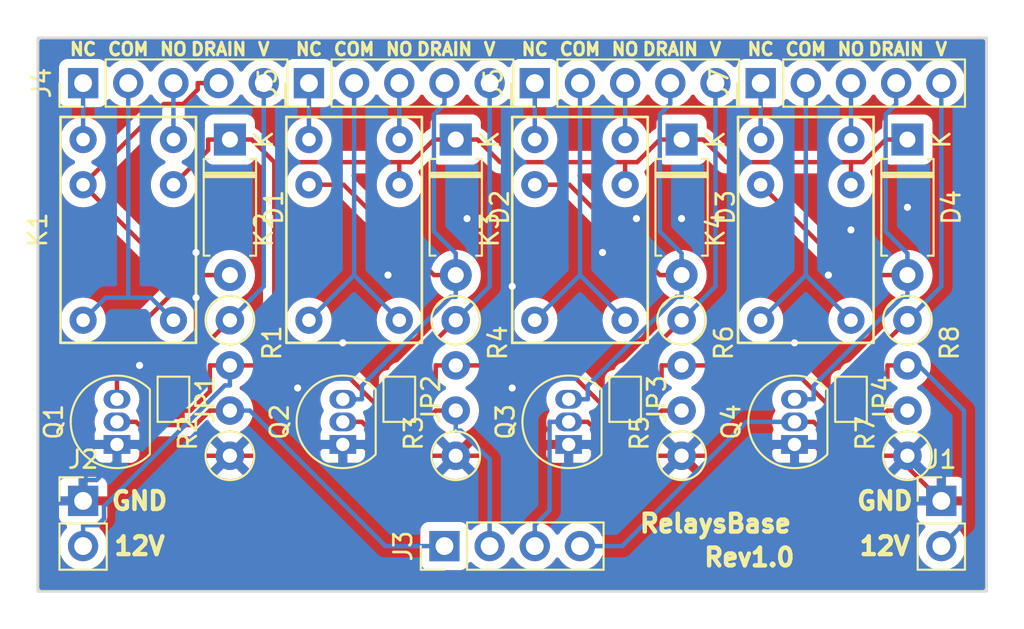
<source format=kicad_pcb>
(kicad_pcb (version 20221018) (generator pcbnew)
  (layers (0 "F.Cu" signal) (31 "B.Cu" signal) (34 "B.Paste" user) (35 "F.Paste" user) (36 "B.SilkS" user "B.Silkscreen") (37 "F.SilkS" user "F.Silkscreen") (38 "B.Mask" user) (39 "F.Mask" user) (44 "Edge.Cuts" user))
  (net 0 "")
  (net 1 "+12V")
  (net 2 "DRAIN1")
  (net 3 "DRAIN2")
  (net 4 "DRAIN3")
  (net 5 "DRAIN4")
  (net 6 "GND")
  (net 7 "SIG1")
  (net 8 "SIG2")
  (net 9 "SIG3")
  (net 10 "SIG4")
  (net 11 "NC1")
  (net 12 "COM1")
  (net 13 "NO1")
  (net 14 "Net-(J4-Pad5)")
  (net 15 "NC2")
  (net 16 "COM2")
  (net 17 "NO2")
  (net 18 "Net-(J5-Pad5)")
  (net 19 "NC3")
  (net 20 "COM3")
  (net 21 "NO3")
  (net 22 "Net-(J6-Pad5)")
  (net 23 "NC4")
  (net 24 "COM4")
  (net 25 "NO4")
  (net 26 "Net-(J7-Pad5)")
  (footprint "Connector_PinHeader_2.54mm:PinHeader_1x02_P2.54mm_Vertical" (layer "F.Cu") (at 177.8 122.555)
    (fp_text reference "J1" (at 0 -2.33) (layer "F.SilkS"))
    (fp_text value "Conn_01x02")
    (pad "1" thru_hole rect (at 0 0) (size 1.7 1.7) (drill 1) (layers "*.Cu" "*.Mask") (net 6 "GND"))
    (pad "2" thru_hole oval (at 0 2.54) (size 1.7 1.7) (drill 1) (layers "*.Cu" "*.Mask") (net 1 "+12V"))
  )
  (footprint "Connector_PinHeader_2.54mm:PinHeader_1x02_P2.54mm_Vertical" (layer "F.Cu") (at 129.54 122.555)
    (fp_text reference "J2" (at 0 -2.33) (layer "F.SilkS"))
    (fp_text value "Conn_01x02")
    (pad "1" thru_hole rect (at 0 0) (size 1.7 1.7) (drill 1) (layers "*.Cu" "*.Mask") (net 6 "GND"))
    (pad "2" thru_hole oval (at 0 2.54) (size 1.7 1.7) (drill 1) (layers "*.Cu" "*.Mask") (net 1 "+12V"))
  )
  (footprint "Connector_PinHeader_2.54mm:PinHeader_1x04_P2.54mm_Vertical" (layer "F.Cu") (at 149.86 125.095 90)
    (fp_text reference "J3" (at 0 -2.33 90) (layer "F.SilkS"))
    (fp_text value "Conn_01x04")
    (pad "1" thru_hole rect (at 0 0 90) (size 1.7 1.7) (drill 1) (layers "*.Cu" "*.Mask") (net 7 "SIG1"))
    (pad "2" thru_hole oval (at 0 2.54 90) (size 1.7 1.7) (drill 1) (layers "*.Cu" "*.Mask") (net 8 "SIG2"))
    (pad "3" thru_hole oval (at 0 5.08 90) (size 1.7 1.7) (drill 1) (layers "*.Cu" "*.Mask") (net 9 "SIG3"))
    (pad "4" thru_hole oval (at 0 7.62 90) (size 1.7 1.7) (drill 1) (layers "*.Cu" "*.Mask") (net 10 "SIG4"))
  )
  (footprint "Connector_PinHeader_2.54mm:PinHeader_1x05_P2.54mm_Vertical" (layer "F.Cu") (at 129.54 99.06 90)
    (fp_text reference "J4" (at 0 -2.33 90) (layer "F.SilkS"))
    (fp_text value "Conn_01x05")
    (pad "1" thru_hole rect (at 0 0 90) (size 1.7 1.7) (drill 1) (layers "*.Cu" "*.Mask") (net 11 "NC1"))
    (pad "2" thru_hole oval (at 0 2.54 90) (size 1.7 1.7) (drill 1) (layers "*.Cu" "*.Mask") (net 12 "COM1"))
    (pad "3" thru_hole oval (at 0 5.08 90) (size 1.7 1.7) (drill 1) (layers "*.Cu" "*.Mask") (net 13 "NO1"))
    (pad "4" thru_hole oval (at 0 7.62 90) (size 1.7 1.7) (drill 1) (layers "*.Cu" "*.Mask") (net 2 "DRAIN1"))
    (pad "5" thru_hole oval (at 0 10.16 90) (size 1.7 1.7) (drill 1) (layers "*.Cu" "*.Mask") (net 14 "Net-(J4-Pad5)"))
  )
  (footprint "Connector_PinHeader_2.54mm:PinHeader_1x05_P2.54mm_Vertical" (layer "F.Cu") (at 142.24 99.06 90)
    (fp_text reference "J5" (at 0 -2.33 90) (layer "F.SilkS"))
    (fp_text value "Conn_01x05")
    (pad "1" thru_hole rect (at 0 0 90) (size 1.7 1.7) (drill 1) (layers "*.Cu" "*.Mask") (net 15 "NC2"))
    (pad "2" thru_hole oval (at 0 2.54 90) (size 1.7 1.7) (drill 1) (layers "*.Cu" "*.Mask") (net 16 "COM2"))
    (pad "3" thru_hole oval (at 0 5.08 90) (size 1.7 1.7) (drill 1) (layers "*.Cu" "*.Mask") (net 17 "NO2"))
    (pad "4" thru_hole oval (at 0 7.62 90) (size 1.7 1.7) (drill 1) (layers "*.Cu" "*.Mask") (net 3 "DRAIN2"))
    (pad "5" thru_hole oval (at 0 10.16 90) (size 1.7 1.7) (drill 1) (layers "*.Cu" "*.Mask") (net 18 "Net-(J5-Pad5)"))
  )
  (footprint "Connector_PinHeader_2.54mm:PinHeader_1x05_P2.54mm_Vertical" (layer "F.Cu") (at 154.94 99.06 90)
    (fp_text reference "J6" (at 0 -2.33 90) (layer "F.SilkS"))
    (fp_text value "Conn_01x05")
    (pad "1" thru_hole rect (at 0 0 90) (size 1.7 1.7) (drill 1) (layers "*.Cu" "*.Mask") (net 19 "NC3"))
    (pad "2" thru_hole oval (at 0 2.54 90) (size 1.7 1.7) (drill 1) (layers "*.Cu" "*.Mask") (net 20 "COM3"))
    (pad "3" thru_hole oval (at 0 5.08 90) (size 1.7 1.7) (drill 1) (layers "*.Cu" "*.Mask") (net 21 "NO3"))
    (pad "4" thru_hole oval (at 0 7.62 90) (size 1.7 1.7) (drill 1) (layers "*.Cu" "*.Mask") (net 4 "DRAIN3"))
    (pad "5" thru_hole oval (at 0 10.16 90) (size 1.7 1.7) (drill 1) (layers "*.Cu" "*.Mask") (net 22 "Net-(J6-Pad5)"))
  )
  (footprint "Connector_PinHeader_2.54mm:PinHeader_1x05_P2.54mm_Vertical" (layer "F.Cu") (at 167.64 99.06 90)
    (fp_text reference "J7" (at 0 -2.33 90) (layer "F.SilkS"))
    (fp_text value "Conn_01x05")
    (pad "1" thru_hole rect (at 0 0 90) (size 1.7 1.7) (drill 1) (layers "*.Cu" "*.Mask") (net 23 "NC4"))
    (pad "2" thru_hole oval (at 0 2.54 90) (size 1.7 1.7) (drill 1) (layers "*.Cu" "*.Mask") (net 24 "COM4"))
    (pad "3" thru_hole oval (at 0 5.08 90) (size 1.7 1.7) (drill 1) (layers "*.Cu" "*.Mask") (net 25 "NO4"))
    (pad "4" thru_hole oval (at 0 7.62 90) (size 1.7 1.7) (drill 1) (layers "*.Cu" "*.Mask") (net 5 "DRAIN4"))
    (pad "5" thru_hole oval (at 0 10.16 90) (size 1.7 1.7) (drill 1) (layers "*.Cu" "*.Mask") (net 26 "Net-(J7-Pad5)"))
  )
  (footprint "Jumper:SolderJumper_01x02" (layer "F.Cu") (at 134.62 116.84 -90)
    (fp_text reference "JP1" (at 0 -1.78 270) (layer "F.SilkS"))
    (fp_text value "Jumper_NO")
    (pad "1" smd rect (at -0.64 0) (size 1.27 0.97) (layers "F.Cu" "F.Paste" "F.Mask") (net 14 "Net-(J4-Pad5)"))
    (pad "2" smd rect (at 0.64 0) (size 1.27 0.97) (layers "F.Cu" "F.Paste" "F.Mask") (net 1 "+12V"))
  )
  (footprint "Jumper:SolderJumper_01x02" (layer "F.Cu") (at 147.32 116.84 -90)
    (fp_text reference "JP2" (at 0 -1.78 270) (layer "F.SilkS"))
    (fp_text value "Jumper_NO")
    (pad "1" smd rect (at -0.64 0) (size 1.27 0.97) (layers "F.Cu" "F.Paste" "F.Mask") (net 18 "Net-(J5-Pad5)"))
    (pad "2" smd rect (at 0.64 0) (size 1.27 0.97) (layers "F.Cu" "F.Paste" "F.Mask") (net 1 "+12V"))
  )
  (footprint "Jumper:SolderJumper_01x02" (layer "F.Cu") (at 160.02 116.84 -90)
    (fp_text reference "JP3" (at 0 -1.78 270) (layer "F.SilkS"))
    (fp_text value "Jumper_NO")
    (pad "1" smd rect (at -0.64 0) (size 1.27 0.97) (layers "F.Cu" "F.Paste" "F.Mask") (net 22 "Net-(J6-Pad5)"))
    (pad "2" smd rect (at 0.64 0) (size 1.27 0.97) (layers "F.Cu" "F.Paste" "F.Mask") (net 1 "+12V"))
  )
  (footprint "Jumper:SolderJumper_01x02" (layer "F.Cu") (at 172.72 116.84 -90)
    (fp_text reference "JP4" (at 0 -1.78 270) (layer "F.SilkS"))
    (fp_text value "Jumper_NO")
    (pad "1" smd rect (at -0.64 0) (size 1.27 0.97) (layers "F.Cu" "F.Paste" "F.Mask") (net 26 "Net-(J7-Pad5)"))
    (pad "2" smd rect (at 0.64 0) (size 1.27 0.97) (layers "F.Cu" "F.Paste" "F.Mask") (net 1 "+12V"))
  )
  (footprint "Relay_THT:Relay_Y14" (layer "F.Cu") (at 133.35 104.775 -90)
    (fp_text reference "K1" (at 2.54 6.35 270) (layer "F.SilkS"))
    (fp_text value "Y14")
    (pad "1" thru_hole circle (at -2.54 -1.27 270) (size 1.524 1.524) (drill 0.762) (layers "*.Cu" "*.Mask") (net 13 "NO1"))
    (pad "2" thru_hole circle (at -2.54 3.81 270) (size 1.524 1.524) (drill 0.762) (layers "*.Cu" "*.Mask") (net 11 "NC1"))
    (pad "3" thru_hole circle (at 0 -1.27 270) (size 1.524 1.524) (drill 0.762) (layers "*.Cu" "*.Mask") (net 1 "+12V"))
    (pad "4" thru_hole circle (at 0 3.81 270) (size 1.524 1.524) (drill 0.762) (layers "*.Cu" "*.Mask") (net 2 "DRAIN1"))
    (pad "5" thru_hole circle (at 7.62 -1.27 270) (size 1.524 1.524) (drill 0.762) (layers "*.Cu" "*.Mask") (net 12 "COM1"))
    (pad "6" thru_hole circle (at 7.62 3.81 270) (size 1.524 1.524) (drill 0.762) (layers "*.Cu" "*.Mask") (net 12 "COM1"))
  )
  (footprint "Relay_THT:Relay_Y14" (layer "F.Cu") (at 146.05 104.775 -90)
    (fp_text reference "K2" (at 2.54 6.35 270) (layer "F.SilkS"))
    (fp_text value "Y14")
    (pad "1" thru_hole circle (at -2.54 -1.27 270) (size 1.524 1.524) (drill 0.762) (layers "*.Cu" "*.Mask") (net 17 "NO2"))
    (pad "2" thru_hole circle (at -2.54 3.81 270) (size 1.524 1.524) (drill 0.762) (layers "*.Cu" "*.Mask") (net 15 "NC2"))
    (pad "3" thru_hole circle (at 0 -1.27 270) (size 1.524 1.524) (drill 0.762) (layers "*.Cu" "*.Mask") (net 1 "+12V"))
    (pad "4" thru_hole circle (at 0 3.81 270) (size 1.524 1.524) (drill 0.762) (layers "*.Cu" "*.Mask") (net 3 "DRAIN2"))
    (pad "5" thru_hole circle (at 7.62 -1.27 270) (size 1.524 1.524) (drill 0.762) (layers "*.Cu" "*.Mask") (net 16 "COM2"))
    (pad "6" thru_hole circle (at 7.62 3.81 270) (size 1.524 1.524) (drill 0.762) (layers "*.Cu" "*.Mask") (net 16 "COM2"))
  )
  (footprint "Relay_THT:Relay_Y14" (layer "F.Cu") (at 158.75 104.775 -90)
    (fp_text reference "K3" (at 2.54 6.35 270) (layer "F.SilkS"))
    (fp_text value "Y14")
    (pad "1" thru_hole circle (at -2.54 -1.27 270) (size 1.524 1.524) (drill 0.762) (layers "*.Cu" "*.Mask") (net 21 "NO3"))
    (pad "2" thru_hole circle (at -2.54 3.81 270) (size 1.524 1.524) (drill 0.762) (layers "*.Cu" "*.Mask") (net 19 "NC3"))
    (pad "3" thru_hole circle (at 0 -1.27 270) (size 1.524 1.524) (drill 0.762) (layers "*.Cu" "*.Mask") (net 1 "+12V"))
    (pad "4" thru_hole circle (at 0 3.81 270) (size 1.524 1.524) (drill 0.762) (layers "*.Cu" "*.Mask") (net 4 "DRAIN3"))
    (pad "5" thru_hole circle (at 7.62 -1.27 270) (size 1.524 1.524) (drill 0.762) (layers "*.Cu" "*.Mask") (net 20 "COM3"))
    (pad "6" thru_hole circle (at 7.62 3.81 270) (size 1.524 1.524) (drill 0.762) (layers "*.Cu" "*.Mask") (net 20 "COM3"))
  )
  (footprint "Relay_THT:Relay_Y14" (layer "F.Cu") (at 171.45 104.775 -90)
    (fp_text reference "K4" (at 2.54 6.35 270) (layer "F.SilkS"))
    (fp_text value "Y14")
    (pad "1" thru_hole circle (at -2.54 -1.27 270) (size 1.524 1.524) (drill 0.762) (layers "*.Cu" "*.Mask") (net 25 "NO4"))
    (pad "2" thru_hole circle (at -2.54 3.81 270) (size 1.524 1.524) (drill 0.762) (layers "*.Cu" "*.Mask") (net 23 "NC4"))
    (pad "3" thru_hole circle (at 0 -1.27 270) (size 1.524 1.524) (drill 0.762) (layers "*.Cu" "*.Mask") (net 1 "+12V"))
    (pad "4" thru_hole circle (at 0 3.81 270) (size 1.524 1.524) (drill 0.762) (layers "*.Cu" "*.Mask") (net 5 "DRAIN4"))
    (pad "5" thru_hole circle (at 7.62 -1.27 270) (size 1.524 1.524) (drill 0.762) (layers "*.Cu" "*.Mask") (net 24 "COM4"))
    (pad "6" thru_hole circle (at 7.62 3.81 270) (size 1.524 1.524) (drill 0.762) (layers "*.Cu" "*.Mask") (net 24 "COM4"))
  )
  (footprint "Package_TO_SOT_THT:TO-92_Inline" (layer "F.Cu") (at 131.445 119.38 90)
    (fp_text reference "Q1" (at 1.27 -3.56 90) (layer "F.SilkS"))
    (fp_text value "Q_NMOS_SGD")
    (pad "1" thru_hole rect (at 0 0 90) (size 1.05 1.5) (drill 0.75) (layers "*.Cu" "*.Mask") (net 6 "GND"))
    (pad "2" thru_hole oval (at 1.27 0 90) (size 1.05 1.5) (drill 0.75) (layers "*.Cu" "*.Mask") (net 7 "SIG1"))
    (pad "3" thru_hole oval (at 2.54 0 90) (size 1.05 1.5) (drill 0.75) (layers "*.Cu" "*.Mask") (net 2 "DRAIN1"))
  )
  (footprint "Package_TO_SOT_THT:TO-92_Inline" (layer "F.Cu") (at 144.145 119.38 90)
    (fp_text reference "Q2" (at 1.27 -3.56 90) (layer "F.SilkS"))
    (fp_text value "Q_NMOS_SGD")
    (pad "1" thru_hole rect (at 0 0 90) (size 1.05 1.5) (drill 0.75) (layers "*.Cu" "*.Mask") (net 6 "GND"))
    (pad "2" thru_hole oval (at 1.27 0 90) (size 1.05 1.5) (drill 0.75) (layers "*.Cu" "*.Mask") (net 8 "SIG2"))
    (pad "3" thru_hole oval (at 2.54 0 90) (size 1.05 1.5) (drill 0.75) (layers "*.Cu" "*.Mask") (net 3 "DRAIN2"))
  )
  (footprint "Package_TO_SOT_THT:TO-92_Inline" (layer "F.Cu") (at 156.845 119.38 90)
    (fp_text reference "Q3" (at 1.27 -3.56 90) (layer "F.SilkS"))
    (fp_text value "Q_NMOS_SGD")
    (pad "1" thru_hole rect (at 0 0 90) (size 1.05 1.5) (drill 0.75) (layers "*.Cu" "*.Mask") (net 6 "GND"))
    (pad "2" thru_hole oval (at 1.27 0 90) (size 1.05 1.5) (drill 0.75) (layers "*.Cu" "*.Mask") (net 9 "SIG3"))
    (pad "3" thru_hole oval (at 2.54 0 90) (size 1.05 1.5) (drill 0.75) (layers "*.Cu" "*.Mask") (net 4 "DRAIN3"))
  )
  (footprint "Package_TO_SOT_THT:TO-92_Inline" (layer "F.Cu") (at 169.545 119.38 90)
    (fp_text reference "Q4" (at 1.27 -3.56 90) (layer "F.SilkS"))
    (fp_text value "Q_NMOS_SGD")
    (pad "1" thru_hole rect (at 0 0 90) (size 1.05 1.5) (drill 0.75) (layers "*.Cu" "*.Mask") (net 6 "GND"))
    (pad "2" thru_hole oval (at 1.27 0 90) (size 1.05 1.5) (drill 0.75) (layers "*.Cu" "*.Mask") (net 10 "SIG4"))
    (pad "3" thru_hole oval (at 2.54 0 90) (size 1.05 1.5) (drill 0.75) (layers "*.Cu" "*.Mask") (net 5 "DRAIN4"))
  )
  (footprint "Diode_THT:D_A-405_P7.62mm_Horizontal" (layer "F.Cu") (at 137.795 102.235 -90)
    (fp_text reference "D1" (at 3.81 -2.47 270) (layer "F.SilkS"))
    (fp_text value "D")
    (fp_text user "K" (at 0 -1.9 270) (layer "F.SilkS"))
    (pad "1" thru_hole rect (at 0 0 270) (size 1.8 1.8) (drill 0.9) (layers "*.Cu" "*.Mask") (net 1 "+12V"))
    (pad "2" thru_hole oval (at 7.62 0 270) (size 1.8 1.8) (drill 0.9) (layers "*.Cu" "*.Mask") (net 2 "DRAIN1"))
  )
  (footprint "Diode_THT:D_A-405_P7.62mm_Horizontal" (layer "F.Cu") (at 150.495 102.235 -90)
    (fp_text reference "D2" (at 3.81 -2.47 270) (layer "F.SilkS"))
    (fp_text value "D")
    (fp_text user "K" (at 0 -1.9 270) (layer "F.SilkS"))
    (pad "1" thru_hole rect (at 0 0 270) (size 1.8 1.8) (drill 0.9) (layers "*.Cu" "*.Mask") (net 1 "+12V"))
    (pad "2" thru_hole oval (at 7.62 0 270) (size 1.8 1.8) (drill 0.9) (layers "*.Cu" "*.Mask") (net 3 "DRAIN2"))
  )
  (footprint "Diode_THT:D_A-405_P7.62mm_Horizontal" (layer "F.Cu") (at 163.195 102.235 -90)
    (fp_text reference "D3" (at 3.81 -2.47 270) (layer "F.SilkS"))
    (fp_text value "D")
    (fp_text user "K" (at 0 -1.9 270) (layer "F.SilkS"))
    (pad "1" thru_hole rect (at 0 0 270) (size 1.8 1.8) (drill 0.9) (layers "*.Cu" "*.Mask") (net 1 "+12V"))
    (pad "2" thru_hole oval (at 7.62 0 270) (size 1.8 1.8) (drill 0.9) (layers "*.Cu" "*.Mask") (net 4 "DRAIN3"))
  )
  (footprint "Diode_THT:D_A-405_P7.62mm_Horizontal" (layer "F.Cu") (at 175.895 102.235 -90)
    (fp_text reference "D4" (at 3.81 -2.47 270) (layer "F.SilkS"))
    (fp_text value "D")
    (fp_text user "K" (at 0 -1.9 270) (layer "F.SilkS"))
    (pad "1" thru_hole rect (at 0 0 270) (size 1.8 1.8) (drill 0.9) (layers "*.Cu" "*.Mask") (net 1 "+12V"))
    (pad "2" thru_hole oval (at 7.62 0 270) (size 1.8 1.8) (drill 0.9) (layers "*.Cu" "*.Mask") (net 5 "DRAIN4"))
  )
  (footprint "Resistor_THT:R_Axial_DIN0207_L6.3mm_D2.5mm_P2.54mm_Vertical" (layer "F.Cu") (at 137.795 112.395 -90)
    (fp_text reference "R1" (at 1.27 -2.37 270) (layer "F.SilkS"))
    (fp_text value "1K")
    (pad "1" thru_hole circle (at 0 0 270) (size 1.6 1.6) (drill 0.8) (layers "*.Cu" "*.Mask") (net 14 "Net-(J4-Pad5)"))
    (pad "2" thru_hole oval (at 2.54 0 270) (size 1.6 1.6) (drill 0.8) (layers "*.Cu" "*.Mask") (net 1 "+12V"))
  )
  (footprint "Resistor_THT:R_Axial_DIN0207_L6.3mm_D2.5mm_P2.54mm_Vertical" (layer "F.Cu") (at 137.795 120.015 90)
    (fp_text reference "R2" (at 1.27 -2.37 90) (layer "F.SilkS"))
    (fp_text value "1K")
    (pad "1" thru_hole circle (at 0 0 90) (size 1.6 1.6) (drill 0.8) (layers "*.Cu" "*.Mask") (net 6 "GND"))
    (pad "2" thru_hole oval (at 2.54 0 90) (size 1.6 1.6) (drill 0.8) (layers "*.Cu" "*.Mask") (net 7 "SIG1"))
  )
  (footprint "Resistor_THT:R_Axial_DIN0207_L6.3mm_D2.5mm_P2.54mm_Vertical" (layer "F.Cu") (at 150.495 120.015 90)
    (fp_text reference "R3" (at 1.27 -2.37 90) (layer "F.SilkS"))
    (fp_text value "1K")
    (pad "1" thru_hole circle (at 0 0 90) (size 1.6 1.6) (drill 0.8) (layers "*.Cu" "*.Mask") (net 6 "GND"))
    (pad "2" thru_hole oval (at 2.54 0 90) (size 1.6 1.6) (drill 0.8) (layers "*.Cu" "*.Mask") (net 8 "SIG2"))
  )
  (footprint "Resistor_THT:R_Axial_DIN0207_L6.3mm_D2.5mm_P2.54mm_Vertical" (layer "F.Cu") (at 150.495 112.395 -90)
    (fp_text reference "R4" (at 1.27 -2.37 270) (layer "F.SilkS"))
    (fp_text value "1K")
    (pad "1" thru_hole circle (at 0 0 270) (size 1.6 1.6) (drill 0.8) (layers "*.Cu" "*.Mask") (net 18 "Net-(J5-Pad5)"))
    (pad "2" thru_hole oval (at 2.54 0 270) (size 1.6 1.6) (drill 0.8) (layers "*.Cu" "*.Mask") (net 1 "+12V"))
  )
  (footprint "Resistor_THT:R_Axial_DIN0207_L6.3mm_D2.5mm_P2.54mm_Vertical" (layer "F.Cu") (at 163.195 120.015 90)
    (fp_text reference "R5" (at 1.27 -2.37 90) (layer "F.SilkS"))
    (fp_text value "1K")
    (pad "1" thru_hole circle (at 0 0 90) (size 1.6 1.6) (drill 0.8) (layers "*.Cu" "*.Mask") (net 6 "GND"))
    (pad "2" thru_hole oval (at 2.54 0 90) (size 1.6 1.6) (drill 0.8) (layers "*.Cu" "*.Mask") (net 9 "SIG3"))
  )
  (footprint "Resistor_THT:R_Axial_DIN0207_L6.3mm_D2.5mm_P2.54mm_Vertical" (layer "F.Cu") (at 163.195 112.395 -90)
    (fp_text reference "R6" (at 1.27 -2.37 270) (layer "F.SilkS"))
    (fp_text value "1K")
    (pad "1" thru_hole circle (at 0 0 270) (size 1.6 1.6) (drill 0.8) (layers "*.Cu" "*.Mask") (net 22 "Net-(J6-Pad5)"))
    (pad "2" thru_hole oval (at 2.54 0 270) (size 1.6 1.6) (drill 0.8) (layers "*.Cu" "*.Mask") (net 1 "+12V"))
  )
  (footprint "Resistor_THT:R_Axial_DIN0207_L6.3mm_D2.5mm_P2.54mm_Vertical" (layer "F.Cu") (at 175.895 120.015 90)
    (fp_text reference "R7" (at 1.27 -2.37 90) (layer "F.SilkS"))
    (fp_text value "1K")
    (pad "1" thru_hole circle (at 0 0 90) (size 1.6 1.6) (drill 0.8) (layers "*.Cu" "*.Mask") (net 6 "GND"))
    (pad "2" thru_hole oval (at 2.54 0 90) (size 1.6 1.6) (drill 0.8) (layers "*.Cu" "*.Mask") (net 10 "SIG4"))
  )
  (footprint "Resistor_THT:R_Axial_DIN0207_L6.3mm_D2.5mm_P2.54mm_Vertical" (layer "F.Cu") (at 175.895 112.395 -90)
    (fp_text reference "R8" (at 1.27 -2.37 270) (layer "F.SilkS"))
    (fp_text value "1K")
    (pad "1" thru_hole circle (at 0 0 270) (size 1.6 1.6) (drill 0.8) (layers "*.Cu" "*.Mask") (net 26 "Net-(J7-Pad5)"))
    (pad "2" thru_hole oval (at 2.54 0 270) (size 1.6 1.6) (drill 0.8) (layers "*.Cu" "*.Mask") (net 1 "+12V"))
  )
  (gr_line (start 127 96.52) (end 180.34 96.52) (stroke (width 0.15)) (layer "Edge.Cuts"))
  (gr_line (start 127 96.52) (end 127 127.635) (stroke (width 0.15)) (layer "Edge.Cuts"))
  (gr_line (start 180.34 96.52) (end 180.34 127.635) (stroke (width 0.15)) (layer "Edge.Cuts"))
  (gr_line (start 180.34 127.635) (end 127 127.635) (stroke (width 0.15)) (layer "Edge.Cuts"))
  (gr_text "V" (at 139.7 97.155) (layer "F.SilkS") (effects (font (size 0.7 0.7) (thickness 0.175))))
  (gr_text "DRAIN" (at 137.16 97.155) (layer "F.SilkS") (effects (font (size 0.7 0.7) (thickness 0.175))))
  (gr_text "NO" (at 134.62 97.155) (layer "F.SilkS") (effects (font (size 0.7 0.7) (thickness 0.175))))
  (gr_text "COM" (at 132.08 97.155) (layer "F.SilkS") (effects (font (size 0.7 0.7) (thickness 0.175))))
  (gr_text "NC" (at 129.54 97.155) (layer "F.SilkS") (effects (font (size 0.7 0.7) (thickness 0.175))))
  (gr_text "NC" (at 154.94 97.155) (layer "F.SilkS") (effects (font (size 0.7 0.7) (thickness 0.175))))
  (gr_text "COM" (at 157.48 97.155) (layer "F.SilkS") (effects (font (size 0.7 0.7) (thickness 0.175))))
  (gr_text "NO" (at 160.02 97.155) (layer "F.SilkS") (effects (font (size 0.7 0.7) (thickness 0.175))))
  (gr_text "DRAIN" (at 162.56 97.155) (layer "F.SilkS") (effects (font (size 0.7 0.7) (thickness 0.175))))
  (gr_text "V" (at 165.1 97.155) (layer "F.SilkS") (effects (font (size 0.7 0.7) (thickness 0.175))))
  (gr_text "V" (at 177.8 97.155) (layer "F.SilkS") (effects (font (size 0.7 0.7) (thickness 0.175))))
  (gr_text "DRAIN" (at 175.26 97.155) (layer "F.SilkS") (effects (font (size 0.7 0.7) (thickness 0.175))))
  (gr_text "NO" (at 172.72 97.155) (layer "F.SilkS") (effects (font (size 0.7 0.7) (thickness 0.175))))
  (gr_text "COM" (at 170.18 97.155) (layer "F.SilkS") (effects (font (size 0.7 0.7) (thickness 0.175))))
  (gr_text "NC" (at 167.64 97.155) (layer "F.SilkS") (effects (font (size 0.7 0.7) (thickness 0.175))))
  (gr_text "Rev1.0" (at 167.005 125.73) (layer "F.SilkS") (effects (font (size 1 1) (thickness 0.25))))
  (gr_text "NO" (at 147.32 97.155) (layer "F.SilkS") (effects (font (size 0.7 0.7) (thickness 0.175))))
  (gr_text "RelaysBase" (at 165.1 123.825) (layer "F.SilkS") (effects (font (size 1 1) (thickness 0.25))))
  (gr_text "COM" (at 144.78 97.155) (layer "F.SilkS") (effects (font (size 0.7 0.7) (thickness 0.175))))
  (gr_text "NC" (at 142.24 97.155) (layer "F.SilkS") (effects (font (size 0.7 0.7) (thickness 0.175))))
  (gr_text "DRAIN" (at 149.86 97.155) (layer "F.SilkS") (effects (font (size 0.7 0.7) (thickness 0.175))))
  (gr_text "GND" (at 174.625 122.555) (layer "F.SilkS") (effects (font (size 1 1) (thickness 0.25))))
  (gr_text "V" (at 152.4 97.155) (layer "F.SilkS") (effects (font (size 0.7 0.7) (thickness 0.175))))
  (gr_text "GND" (at 132.715 122.555) (layer "F.SilkS") (effects (font (size 1 1) (thickness 0.25))))
  (gr_text "12V" (at 132.715 125.095) (layer "F.SilkS") (effects (font (size 1 1) (thickness 0.25))))
  (gr_text "12V" (at 174.625 125.095) (layer "F.SilkS") (effects (font (size 1 1) (thickness 0.25))))
  (segment (start 159.0597 117.48) (end 156.5147 114.935) (width 0.25) (layer "F.Cu") (net 1))
  (segment (start 172.72 117.48) (end 171.7597 117.48) (width 0.25) (layer "F.Cu") (net 1))
  (segment (start 162.0697 116.3906) (end 160.9803 117.48) (width 0.25) (layer "F.Cu") (net 1))
  (segment (start 169.2147 114.935) (end 163.195 114.935) (width 0.25) (layer "F.Cu") (net 1))
  (segment (start 136.6697 116.3906) (end 135.5803 117.48) (width 0.25) (layer "F.Cu") (net 1))
  (segment (start 150.495 114.935) (end 149.3697 114.935) (width 0.25) (layer "F.Cu") (net 1))
  (segment (start 137.795 102.235) (end 136.5697 102.235) (width 0.25) (layer "F.Cu") (net 1))
  (segment (start 174.7697 114.935) (end 174.7697 116.3906) (width 0.25) (layer "F.Cu") (net 1))
  (segment (start 150.495 102.235) (end 151.7203 102.235) (width 0.25) (layer "F.Cu") (net 1))
  (segment (start 172.72 103.505) (end 172.72 104.775) (width 0.25) (layer "F.Cu") (net 1))
  (segment (start 136.5697 102.235) (end 136.5697 102.8253) (width 0.25) (layer "F.Cu") (net 1))
  (segment (start 172.72 103.505) (end 165.6903 103.505) (width 0.25) (layer "F.Cu") (net 1))
  (segment (start 174.7697 116.3906) (end 173.6803 117.48) (width 0.25) (layer "F.Cu") (net 1))
  (segment (start 149.3697 114.935) (end 149.3697 116.3906) (width 0.25) (layer "F.Cu") (net 1))
  (segment (start 161.9697 102.235) (end 160.6997 103.505) (width 0.25) (layer "F.Cu") (net 1))
  (segment (start 140.2903 103.505) (end 139.0203 102.235) (width 0.25) (layer "F.Cu") (net 1))
  (segment (start 147.32 117.48) (end 146.3597 117.48) (width 0.25) (layer "F.Cu") (net 1))
  (segment (start 171.7597 117.48) (end 169.2147 114.935) (width 0.25) (layer "F.Cu") (net 1))
  (segment (start 160.02 117.48) (end 160.9803 117.48) (width 0.25) (layer "F.Cu") (net 1))
  (segment (start 136.5697 102.8253) (end 134.62 104.775) (width 0.25) (layer "F.Cu") (net 1))
  (segment (start 149.2697 102.235) (end 147.9997 103.505) (width 0.25) (layer "F.Cu") (net 1))
  (segment (start 160.6997 103.505) (end 160.02 103.505) (width 0.25) (layer "F.Cu") (net 1))
  (segment (start 165.6903 103.505) (end 164.4203 102.235) (width 0.25) (layer "F.Cu") (net 1))
  (segment (start 156.5147 114.935) (end 150.495 114.935) (width 0.25) (layer "F.Cu") (net 1))
  (segment (start 152.9903 103.505) (end 151.7203 102.235) (width 0.25) (layer "F.Cu") (net 1))
  (segment (start 147.32 103.505) (end 147.32 104.775) (width 0.25) (layer "F.Cu") (net 1))
  (segment (start 140.2903 114.935) (end 140.2903 103.505) (width 0.25) (layer "F.Cu") (net 1))
  (segment (start 147.32 117.48) (end 148.2803 117.48) (width 0.25) (layer "F.Cu") (net 1))
  (segment (start 175.895 102.235) (end 174.6697 102.235) (width 0.25) (layer "F.Cu") (net 1))
  (segment (start 137.795 102.235) (end 139.0203 102.235) (width 0.25) (layer "F.Cu") (net 1))
  (segment (start 160.02 103.505) (end 152.9903 103.505) (width 0.25) (layer "F.Cu") (net 1))
  (segment (start 160.02 103.505) (end 160.02 104.775) (width 0.25) (layer "F.Cu") (net 1))
  (segment (start 147.32 103.505) (end 140.2903 103.505) (width 0.25) (layer "F.Cu") (net 1))
  (segment (start 175.895 114.935) (end 174.7697 114.935) (width 0.25) (layer "F.Cu") (net 1))
  (segment (start 163.195 114.935) (end 162.0697 114.935) (width 0.25) (layer "F.Cu") (net 1))
  (segment (start 172.72 117.48) (end 173.6803 117.48) (width 0.25) (layer "F.Cu") (net 1))
  (segment (start 163.195 102.235) (end 164.4203 102.235) (width 0.25) (layer "F.Cu") (net 1))
  (segment (start 163.195 102.235) (end 161.9697 102.235) (width 0.25) (layer "F.Cu") (net 1))
  (segment (start 137.795 114.935) (end 136.6697 114.935) (width 0.25) (layer "F.Cu") (net 1))
  (segment (start 146.3597 117.48) (end 143.8147 114.935) (width 0.25) (layer "F.Cu") (net 1))
  (segment (start 140.2903 114.935) (end 137.795 114.935) (width 0.25) (layer "F.Cu") (net 1))
  (segment (start 174.6697 102.235) (end 173.3997 103.505) (width 0.25) (layer "F.Cu") (net 1))
  (segment (start 134.62 117.48) (end 135.5803 117.48) (width 0.25) (layer "F.Cu") (net 1))
  (segment (start 160.02 117.48) (end 159.0597 117.48) (width 0.25) (layer "F.Cu") (net 1))
  (segment (start 136.6697 114.935) (end 136.6697 116.3906) (width 0.25) (layer "F.Cu") (net 1))
  (segment (start 147.9997 103.505) (end 147.32 103.505) (width 0.25) (layer "F.Cu") (net 1))
  (segment (start 150.495 102.235) (end 149.2697 102.235) (width 0.25) (layer "F.Cu") (net 1))
  (segment (start 143.8147 114.935) (end 140.2903 114.935) (width 0.25) (layer "F.Cu") (net 1))
  (segment (start 173.3997 103.505) (end 172.72 103.505) (width 0.25) (layer "F.Cu") (net 1))
  (segment (start 162.0697 114.935) (end 162.0697 116.3906) (width 0.25) (layer "F.Cu") (net 1))
  (segment (start 149.3697 116.3906) (end 148.2803 117.48) (width 0.25) (layer "F.Cu") (net 1))
  (segment (start 179.07 123.825) (end 179.07 117.475) (width 0.25) (layer "B.Cu") (net 1))
  (segment (start 179.07 117.475) (end 176.53 114.935) (width 0.25) (layer "B.Cu") (net 1))
  (segment (start 176.53 114.935) (end 175.895 114.935) (width 0.25) (layer "B.Cu") (net 1))
  (segment (start 137.5136 116.0603) (end 130.7153 122.8586) (width 0.25) (layer "B.Cu") (net 1))
  (segment (start 130.7153 122.8586) (end 130.7153 123.555) (width 0.25) (layer "B.Cu") (net 1))
  (segment (start 177.8 125.095) (end 179.07 123.825) (width 0.25) (layer "B.Cu") (net 1))
  (segment (start 137.795 116.0603) (end 137.5136 116.0603) (width 0.25) (layer "B.Cu") (net 1))
  (segment (start 130.7153 123.555) (end 130.3506 123.9197) (width 0.25) (layer "B.Cu") (net 1))
  (segment (start 137.795 114.935) (end 137.795 116.0603) (width 0.25) (layer "B.Cu") (net 1))
  (segment (start 130.3506 123.9197) (end 129.54 123.9197) (width 0.25) (layer "B.Cu") (net 1))
  (segment (start 129.54 125.095) (end 129.54 123.9197) (width 0.25) (layer "B.Cu") (net 1))
  (segment (start 135.5832 109.855) (end 135.1016 110.3366) (width 0.25) (layer "F.Cu") (net 2))
  (segment (start 135.9847 99.4274) (end 135.1768 100.2353) (width 0.25) (layer "F.Cu") (net 2))
  (segment (start 135.1016 110.3366) (end 129.54 104.775) (width 0.25) (layer "F.Cu") (net 2))
  (segment (start 135.1016 110.3366) (end 131.445 113.9932) (width 0.25) (layer "F.Cu") (net 2))
  (segment (start 131.445 113.9932) (end 131.445 116.84) (width 0.25) (layer "F.Cu") (net 2))
  (segment (start 136.5697 109.855) (end 135.5832 109.855) (width 0.25) (layer "F.Cu") (net 2))
  (segment (start 137.795 109.855) (end 136.5697 109.855) (width 0.25) (layer "F.Cu") (net 2))
  (segment (start 135.1768 100.2353) (end 134.0797 100.2353) (width 0.25) (layer "F.Cu") (net 2))
  (segment (start 135.9847 99.06) (end 135.9847 99.4274) (width 0.25) (layer "F.Cu") (net 2))
  (segment (start 134.0797 100.2353) (end 129.54 104.775) (width 0.25) (layer "F.Cu") (net 2))
  (segment (start 137.16 99.06) (end 135.9847 99.06) (width 0.25) (layer "F.Cu") (net 2))
  (segment (start 149.2697 109.855) (end 144.1897 104.775) (width 0.25) (layer "F.Cu") (net 3))
  (segment (start 150.495 109.855) (end 149.2697 109.855) (width 0.25) (layer "F.Cu") (net 3))
  (segment (start 144.1897 104.775) (end 142.24 104.775) (width 0.25) (layer "F.Cu") (net 3))
  (segment (start 149.2673 107.402) (end 149.2673 100.828) (width 0.25) (layer "B.Cu") (net 3))
  (segment (start 149.86 99.06) (end 149.86 100.2353) (width 0.25) (layer "B.Cu") (net 3))
  (segment (start 150.495 111.0803) (end 150.2102 111.0803) (width 0.25) (layer "B.Cu") (net 3))
  (segment (start 150.495 108.6297) (end 149.2673 107.402) (width 0.25) (layer "B.Cu") (net 3))
  (segment (start 150.495 110.4676) (end 150.495 109.855) (width 0.25) (layer "B.Cu") (net 3))
  (segment (start 145.2203 116.0702) (end 145.2203 116.84) (width 0.25) (layer "B.Cu") (net 3))
  (segment (start 150.2102 111.0803) (end 145.2203 116.0702) (width 0.25) (layer "B.Cu") (net 3))
  (segment (start 149.2673 100.828) (end 149.86 100.2353) (width 0.25) (layer "B.Cu") (net 3))
  (segment (start 150.495 110.4676) (end 150.495 111.0803) (width 0.25) (layer "B.Cu") (net 3))
  (segment (start 150.495 109.855) (end 150.495 108.6297) (width 0.25) (layer "B.Cu") (net 3))
  (segment (start 144.145 116.84) (end 145.2203 116.84) (width 0.25) (layer "B.Cu") (net 3))
  (segment (start 156.8897 104.775) (end 154.94 104.775) (width 0.25) (layer "F.Cu") (net 4))
  (segment (start 161.9697 109.855) (end 156.8897 104.775) (width 0.25) (layer "F.Cu") (net 4))
  (segment (start 163.195 109.855) (end 161.9697 109.855) (width 0.25) (layer "F.Cu") (net 4))
  (segment (start 162.9102 111.0803) (end 157.9203 116.0702) (width 0.25) (layer "B.Cu") (net 4))
  (segment (start 163.195 111.0803) (end 162.9102 111.0803) (width 0.25) (layer "B.Cu") (net 4))
  (segment (start 162.56 99.06) (end 162.56 100.2353) (width 0.25) (layer "B.Cu") (net 4))
  (segment (start 161.9673 107.402) (end 161.9673 100.828) (width 0.25) (layer "B.Cu") (net 4))
  (segment (start 157.9203 116.0702) (end 157.9203 116.84) (width 0.25) (layer "B.Cu") (net 4))
  (segment (start 163.195 110.4676) (end 163.195 111.0803) (width 0.25) (layer "B.Cu") (net 4))
  (segment (start 161.9673 100.828) (end 162.56 100.2353) (width 0.25) (layer "B.Cu") (net 4))
  (segment (start 163.195 110.4676) (end 163.195 109.855) (width 0.25) (layer "B.Cu") (net 4))
  (segment (start 163.195 108.6297) (end 161.9673 107.402) (width 0.25) (layer "B.Cu") (net 4))
  (segment (start 163.195 109.855) (end 163.195 108.6297) (width 0.25) (layer "B.Cu") (net 4))
  (segment (start 156.845 116.84) (end 157.9203 116.84) (width 0.25) (layer "B.Cu") (net 4))
  (segment (start 175.895 109.855) (end 172.72 109.855) (width 0.25) (layer "F.Cu") (net 5))
  (segment (start 172.72 109.855) (end 167.64 104.775) (width 0.25) (layer "F.Cu") (net 5))
  (segment (start 175.895 108.6297) (end 174.6673 107.402) (width 0.25) (layer "B.Cu") (net 5))
  (segment (start 175.895 111.0803) (end 175.617 111.0803) (width 0.25) (layer "B.Cu") (net 5))
  (segment (start 170.6203 116.077) (end 170.6203 116.84) (width 0.25) (layer "B.Cu") (net 5))
  (segment (start 175.895 110.4676) (end 175.895 109.855) (width 0.25) (layer "B.Cu") (net 5))
  (segment (start 174.6673 100.828) (end 175.26 100.2353) (width 0.25) (layer "B.Cu") (net 5))
  (segment (start 175.617 111.0803) (end 170.6203 116.077) (width 0.25) (layer "B.Cu") (net 5))
  (segment (start 175.895 109.855) (end 175.895 108.6297) (width 0.25) (layer "B.Cu") (net 5))
  (segment (start 175.26 99.06) (end 175.26 100.2353) (width 0.25) (layer "B.Cu") (net 5))
  (segment (start 169.545 116.84) (end 170.6203 116.84) (width 0.25) (layer "B.Cu") (net 5))
  (segment (start 174.6673 107.402) (end 174.6673 100.828) (width 0.25) (layer "B.Cu") (net 5))
  (segment (start 175.895 110.4676) (end 175.895 111.0803) (width 0.25) (layer "B.Cu") (net 5))
  (segment (start 175.895 120.65) (end 177.8 122.555) (width 0.25) (layer "F.Cu") (net 6))
  (segment (start 153.67 120.015) (end 150.495 120.015) (width 0.25) (layer "F.Cu") (net 6))
  (segment (start 141.605 120.015) (end 137.795 120.015) (width 0.25) (layer "F.Cu") (net 6))
  (segment (start 144.145 112.395) (end 146.685 109.855) (width 0.25) (layer "F.Cu") (net 6))
  (segment (start 154.305 110.49) (end 156.21 108.585) (width 0.25) (layer "F.Cu") (net 6))
  (segment (start 156.21 108.585) (end 158.75 108.585) (width 0.25) (layer "F.Cu") (net 6))
  (segment (start 160.655 106.68) (end 163.195 106.68) (width 0.25) (layer "F.Cu") (net 6))
  (segment (start 169.545 113.665) (end 170.815 112.395) (width 0.25) (layer "F.Cu") (net 6))
  (segment (start 170.815 112.395) (end 170.815 110.49) (width 0.25) (layer "F.Cu") (net 6))
  (segment (start 170.815 110.49) (end 171.45 109.855) (width 0.25) (layer "F.Cu") (net 6))
  (segment (start 133.985 114.935) (end 135.89 113.03) (width 0.25) (layer "F.Cu") (net 6))
  (segment (start 135.89 113.03) (end 135.89 111.125) (width 0.25) (layer "F.Cu") (net 6))
  (segment (start 153.67 107.315) (end 153.035 106.68) (width 0.25) (layer "F.Cu") (net 6))
  (segment (start 153.035 106.68) (end 151.13 106.68) (width 0.25) (layer "F.Cu") (net 6))
  (segment (start 174.625 107.315) (end 175.895 106.045) (width 0.25) (layer "F.Cu") (net 6))
  (segment (start 144.145 113.665) (end 144.145 112.395) (width 0.25) (layer "F.Cu") (net 6))
  (segment (start 137.795 120.015) (end 133.1553 120.015) (width 0.25) (layer "F.Cu") (net 6))
  (segment (start 175.895 120.015) (end 175.895 120.65) (width 0.25) (layer "F.Cu") (net 6))
  (segment (start 153.67 110.49) (end 154.305 110.49) (width 0.25) (layer "F.Cu") (net 6))
  (segment (start 143.0697 119.38) (end 142.4347 120.015) (width 0.25) (layer "F.Cu") (net 6))
  (segment (start 155.1347 120.015) (end 153.67 120.015) (width 0.25) (layer "F.Cu") (net 6))
  (segment (start 171.2553 120.015) (end 170.6203 119.38) (width 0.25) (layer "F.Cu") (net 6))
  (segment (start 131.445 119.38) (end 132.5203 119.38) (width 0.25) (layer "F.Cu") (net 6))
  (segment (start 133.1553 120.015) (end 132.5203 119.38) (width 0.25) (layer "F.Cu") (net 6))
  (segment (start 153.67 120.015) (end 153.67 116.205) (width 0.25) (layer "F.Cu") (net 6))
  (segment (start 155.7697 119.38) (end 155.1347 120.015) (width 0.25) (layer "F.Cu") (net 6))
  (segment (start 156.845 119.38) (end 155.7697 119.38) (width 0.25) (layer "F.Cu") (net 6))
  (segment (start 144.145 119.38) (end 143.0697 119.38) (width 0.25) (layer "F.Cu") (net 6))
  (segment (start 150.495 120.015) (end 145.8553 120.015) (width 0.25) (layer "F.Cu") (net 6))
  (segment (start 175.895 120.015) (end 171.2553 120.015) (width 0.25) (layer "F.Cu") (net 6))
  (segment (start 145.8553 120.015) (end 145.2203 119.38) (width 0.25) (layer "F.Cu") (net 6))
  (segment (start 158.5553 120.015) (end 163.195 120.015) (width 0.25) (layer "F.Cu") (net 6))
  (segment (start 169.545 119.38) (end 168.4697 119.38) (width 0.25) (layer "F.Cu") (net 6))
  (segment (start 141.605 120.015) (end 141.605 116.205) (width 0.25) (layer "F.Cu") (net 6))
  (segment (start 163.195 120.015) (end 167.8347 120.015) (width 0.25) (layer "F.Cu") (net 6))
  (segment (start 157.9203 119.38) (end 158.5553 120.015) (width 0.25) (layer "F.Cu") (net 6))
  (segment (start 167.8347 120.015) (end 168.4697 119.38) (width 0.25) (layer "F.Cu") (net 6))
  (segment (start 172.72 107.315) (end 174.625 107.315) (width 0.25) (layer "F.Cu") (net 6))
  (segment (start 153.67 110.49) (end 153.67 107.315) (width 0.25) (layer "F.Cu") (net 6))
  (segment (start 169.545 119.38) (end 170.6203 119.38) (width 0.25) (layer "F.Cu") (net 6))
  (segment (start 132.715 114.935) (end 133.985 114.935) (width 0.25) (layer "F.Cu") (net 6))
  (segment (start 144.145 119.38) (end 145.2203 119.38) (width 0.25) (layer "F.Cu") (net 6))
  (segment (start 156.845 119.38) (end 157.9203 119.38) (width 0.25) (layer "F.Cu") (net 6))
  (segment (start 142.4347 120.015) (end 141.605 120.015) (width 0.25) (layer "F.Cu") (net 6))
  (via (at 153.67 116.205) (size 0.6) (drill 0.4) (layers "F.Cu" "B.Cu") (net 6))
  (via (at 135.89 111.125) (size 0.6) (drill 0.4) (layers "F.Cu" "B.Cu") (net 6))
  (via (at 153.67 110.49) (size 0.6) (drill 0.4) (layers "F.Cu" "B.Cu") (net 6))
  (via (at 158.75 108.585) (size 0.6) (drill 0.4) (layers "F.Cu" "B.Cu") (net 6))
  (via (at 141.605 116.205) (size 0.6) (drill 0.4) (layers "F.Cu" "B.Cu") (net 6))
  (via (at 146.685 109.855) (size 0.6) (drill 0.4) (layers "F.Cu" "B.Cu") (net 6))
  (via (at 132.715 114.935) (size 0.6) (drill 0.4) (layers "F.Cu" "B.Cu") (net 6))
  (via (at 175.895 106.045) (size 0.6) (drill 0.4) (layers "F.Cu" "B.Cu") (net 6))
  (via (at 169.545 113.665) (size 0.6) (drill 0.4) (layers "F.Cu" "B.Cu") (net 6))
  (via (at 163.195 106.68) (size 0.6) (drill 0.4) (layers "F.Cu" "B.Cu") (net 6))
  (via (at 151.13 106.68) (size 0.6) (drill 0.4) (layers "F.Cu" "B.Cu") (net 6))
  (via (at 135.89 108.585) (size 0.6) (drill 0.4) (layers "F.Cu" "B.Cu") (net 6))
  (via (at 144.145 113.665) (size 0.6) (drill 0.4) (layers "F.Cu" "B.Cu") (net 6))
  (via (at 172.72 107.315) (size 0.6) (drill 0.4) (layers "F.Cu" "B.Cu") (net 6))
  (via (at 160.655 106.68) (size 0.6) (drill 0.4) (layers "F.Cu" "B.Cu") (net 6))
  (via (at 171.45 109.855) (size 0.6) (drill 0.4) (layers "F.Cu" "B.Cu") (net 6))
  (segment (start 153.67 116.205) (end 153.67 110.49) (width 0.25) (layer "B.Cu") (net 6))
  (segment (start 141.605 116.205) (end 144.145 113.665) (width 0.25) (layer "B.Cu") (net 6))
  (segment (start 158.75 108.585) (end 160.655 106.68) (width 0.25) (layer "B.Cu") (net 6))
  (segment (start 171.45 109.855) (end 172.72 108.585) (width 0.25) (layer "B.Cu") (net 6))
  (segment (start 172.72 108.585) (end 172.72 107.315) (width 0.25) (layer "B.Cu") (net 6))
  (segment (start 129.54 119.38) (end 129.54 115.57) (width 0.25) (layer "B.Cu") (net 6))
  (segment (start 129.54 115.57) (end 130.175 114.935) (width 0.25) (layer "B.Cu") (net 6))
  (segment (start 130.175 114.935) (end 132.715 114.935) (width 0.25) (layer "B.Cu") (net 6))
  (segment (start 135.89 111.125) (end 135.89 108.585) (width 0.25) (layer "B.Cu") (net 6))
  (segment (start 131.445 119.38) (end 129.54 119.38) (width 0.25) (layer "B.Cu") (net 6))
  (segment (start 163.195 120.015) (end 169.545 113.665) (width 0.25) (layer "B.Cu") (net 6))
  (segment (start 131.445 119.38) (end 131.445 120.2303) (width 0.25) (layer "B.Cu") (net 6))
  (segment (start 131.445 120.2303) (end 130.2956 121.3797) (width 0.25) (layer "B.Cu") (net 6))
  (segment (start 130.2956 121.3797) (end 129.54 121.3797) (width 0.25) (layer "B.Cu") (net 6))
  (segment (start 129.54 122.555) (end 129.54 121.3797) (width 0.25) (layer "B.Cu") (net 6))
  (segment (start 131.445 118.11) (end 132.5203 118.11) (width 0.25) (layer "F.Cu") (net 7))
  (segment (start 136.6697 117.475) (end 135.8544 118.2903) (width 0.25) (layer "F.Cu") (net 7))
  (segment (start 132.7006 118.2903) (end 132.5203 118.11) (width 0.25) (layer "F.Cu") (net 7))
  (segment (start 137.795 117.475) (end 136.6697 117.475) (width 0.25) (layer "F.Cu") (net 7))
  (segment (start 135.8544 118.2903) (end 132.7006 118.2903) (width 0.25) (layer "F.Cu") (net 7))
  (segment (start 137.795 117.475) (end 138.9203 117.475) (width 0.25) (layer "B.Cu") (net 7))
  (segment (start 138.9203 117.475) (end 146.5403 125.095) (width 0.25) (layer "B.Cu") (net 7))
  (segment (start 146.5403 125.095) (end 149.86 125.095) (width 0.25) (layer "B.Cu") (net 7))
  (segment (start 145.2203 118.11) (end 145.4006 118.2903) (width 0.25) (layer "F.Cu") (net 8))
  (segment (start 148.5544 118.2903) (end 149.3697 117.475) (width 0.25) (layer "F.Cu") (net 8))
  (segment (start 150.495 117.475) (end 149.3697 117.475) (width 0.25) (layer "F.Cu") (net 8))
  (segment (start 145.4006 118.2903) (end 148.5544 118.2903) (width 0.25) (layer "F.Cu") (net 8))
  (segment (start 144.145 118.11) (end 145.2203 118.11) (width 0.25) (layer "F.Cu") (net 8))
  (segment (start 150.495 118.6003) (end 150.7763 118.6003) (width 0.25) (layer "B.Cu") (net 8))
  (segment (start 150.7763 118.6003) (end 152.4 120.224) (width 0.25) (layer "B.Cu") (net 8))
  (segment (start 152.4 120.224) (end 152.4 125.095) (width 0.25) (layer "B.Cu") (net 8))
  (segment (start 150.495 117.475) (end 150.495 118.6003) (width 0.25) (layer "B.Cu") (net 8))
  (segment (start 162.0697 117.475) (end 161.2544 118.2903) (width 0.25) (layer "F.Cu") (net 9))
  (segment (start 161.2544 118.2903) (end 158.1006 118.2903) (width 0.25) (layer "F.Cu") (net 9))
  (segment (start 163.195 117.475) (end 162.0697 117.475) (width 0.25) (layer "F.Cu") (net 9))
  (segment (start 158.1006 118.2903) (end 157.9203 118.11) (width 0.25) (layer "F.Cu") (net 9))
  (segment (start 156.845 118.11) (end 157.9203 118.11) (width 0.25) (layer "F.Cu") (net 9))
  (segment (start 155.7697 123.09) (end 154.94 123.9197) (width 0.25) (layer "B.Cu") (net 9))
  (segment (start 156.845 118.11) (end 155.7697 118.11) (width 0.25) (layer "B.Cu") (net 9))
  (segment (start 155.7697 118.11) (end 155.7697 123.09) (width 0.25) (layer "B.Cu") (net 9))
  (segment (start 154.94 125.095) (end 154.94 123.9197) (width 0.25) (layer "B.Cu") (net 9))
  (segment (start 169.545 118.11) (end 170.6203 118.11) (width 0.25) (layer "F.Cu") (net 10))
  (segment (start 174.7697 117.475) (end 173.9544 118.2903) (width 0.25) (layer "F.Cu") (net 10))
  (segment (start 170.8006 118.2903) (end 170.6203 118.11) (width 0.25) (layer "F.Cu") (net 10))
  (segment (start 175.895 117.475) (end 174.7697 117.475) (width 0.25) (layer "F.Cu") (net 10))
  (segment (start 173.9544 118.2903) (end 170.8006 118.2903) (width 0.25) (layer "F.Cu") (net 10))
  (segment (start 166.8351 118.11) (end 159.8501 125.095) (width 0.25) (layer "B.Cu") (net 10))
  (segment (start 169.545 118.11) (end 166.8351 118.11) (width 0.25) (layer "B.Cu") (net 10))
  (segment (start 159.8501 125.095) (end 157.48 125.095) (width 0.25) (layer "B.Cu") (net 10))
  (segment (start 129.54 102.235) (end 129.54 99.06) (width 0.25) (layer "B.Cu") (net 11))
  (segment (start 132.08 111.125) (end 132.08 99.06) (width 0.25) (layer "B.Cu") (net 12))
  (segment (start 130.81 111.125) (end 132.08 111.125) (width 0.25) (layer "B.Cu") (net 12))
  (segment (start 132.08 111.125) (end 133.35 111.125) (width 0.25) (layer "B.Cu") (net 12))
  (segment (start 129.54 112.395) (end 130.81 111.125) (width 0.25) (layer "B.Cu") (net 12))
  (segment (start 133.35 111.125) (end 134.62 112.395) (width 0.25) (layer "B.Cu") (net 12))
  (segment (start 134.62 102.235) (end 134.62 99.06) (width 0.25) (layer "B.Cu") (net 13))
  (segment (start 137.795 112.395) (end 134.8003 115.3897) (width 0.25) (layer "F.Cu") (net 14))
  (segment (start 134.62 116.2) (end 134.62 115.3897) (width 0.25) (layer "F.Cu") (net 14))
  (segment (start 134.8003 115.3897) (end 134.62 115.3897) (width 0.25) (layer "F.Cu") (net 14))
  (segment (start 139.7 110.49) (end 139.7 99.06) (width 0.25) (layer "B.Cu") (net 14))
  (segment (start 137.795 112.395) (end 139.7 110.49) (width 0.25) (layer "B.Cu") (net 14))
  (segment (start 142.24 102.235) (end 142.24 99.06) (width 0.25) (layer "B.Cu") (net 15))
  (segment (start 144.78 109.855) (end 144.78 99.06) (width 0.25) (layer "B.Cu") (net 16))
  (segment (start 142.24 112.395) (end 144.78 109.855) (width 0.25) (layer "B.Cu") (net 16))
  (segment (start 147.32 112.395) (end 144.78 109.855) (width 0.25) (layer "B.Cu") (net 16))
  (segment (start 147.32 102.235) (end 147.32 99.06) (width 0.25) (layer "B.Cu") (net 17))
  (segment (start 147.5003 115.3897) (end 147.32 115.3897) (width 0.25) (layer "F.Cu") (net 18))
  (segment (start 150.495 112.395) (end 147.5003 115.3897) (width 0.25) (layer "F.Cu") (net 18))
  (segment (start 147.32 116.2) (end 147.32 115.3897) (width 0.25) (layer "F.Cu") (net 18))
  (segment (start 152.4 110.49) (end 152.4 99.06) (width 0.25) (layer "B.Cu") (net 18))
  (segment (start 150.495 112.395) (end 152.4 110.49) (width 0.25) (layer "B.Cu") (net 18))
  (segment (start 154.94 102.235) (end 154.94 99.06) (width 0.25) (layer "B.Cu") (net 19))
  (segment (start 160.02 112.395) (end 157.48 109.855) (width 0.25) (layer "B.Cu") (net 20))
  (segment (start 154.94 112.395) (end 157.48 109.855) (width 0.25) (layer "B.Cu") (net 20))
  (segment (start 157.48 109.855) (end 157.48 99.06) (width 0.25) (layer "B.Cu") (net 20))
  (segment (start 160.02 102.235) (end 160.02 99.06) (width 0.25) (layer "B.Cu") (net 21))
  (segment (start 160.02 116.2) (end 160.02 115.3897) (width 0.25) (layer "F.Cu") (net 22))
  (segment (start 160.2003 115.3897) (end 160.02 115.3897) (width 0.25) (layer "F.Cu") (net 22))
  (segment (start 163.195 112.395) (end 160.2003 115.3897) (width 0.25) (layer "F.Cu") (net 22))
  (segment (start 163.195 112.395) (end 165.1 110.49) (width 0.25) (layer "B.Cu") (net 22))
  (segment (start 165.1 110.49) (end 165.1 99.06) (width 0.25) (layer "B.Cu") (net 22))
  (segment (start 167.64 102.235) (end 167.64 99.06) (width 0.25) (layer "B.Cu") (net 23))
  (segment (start 172.72 112.395) (end 170.18 109.855) (width 0.25) (layer "B.Cu") (net 24))
  (segment (start 170.18 109.855) (end 170.18 99.06) (width 0.25) (layer "B.Cu") (net 24))
  (segment (start 167.64 112.395) (end 170.18 109.855) (width 0.25) (layer "B.Cu") (net 24))
  (segment (start 172.72 102.235) (end 172.72 99.06) (width 0.25) (layer "B.Cu") (net 25))
  (segment (start 172.72 116.2) (end 172.72 115.3897) (width 0.25) (layer "F.Cu") (net 26))
  (segment (start 172.9003 115.3897) (end 172.72 115.3897) (width 0.25) (layer "F.Cu") (net 26))
  (segment (start 175.895 112.395) (end 172.9003 115.3897) (width 0.25) (layer "F.Cu") (net 26))
  (segment (start 177.8 110.49) (end 177.8 99.06) (width 0.25) (layer "B.Cu") (net 26))
  (segment (start 175.895 112.395) (end 177.8 110.49) (width 0.25) (layer "B.Cu") (net 26))
  (zone (net 6) (net_name "GND") (layer "F.Cu") (connect_pads (clearance 0.508)) (min_thickness 0.254) (fill yes (thermal_gap 0.508) (thermal_bridge_width 0.508))
    (polygon (pts (xy 127 96.52) (xy 127 127.635) (xy 180.34 127.635) (xy 180.34 96.52)))
  )
  (zone (net 6) (net_name "GND") (layer "B.Cu") (connect_pads (clearance 0.508)) (min_thickness 0.254) (fill yes (thermal_gap 0.508) (thermal_bridge_width 0.508))
    (polygon (pts (xy 180.34 127.635) (xy 127 127.635) (xy 127 96.52) (xy 180.34 96.52)))
  )
)
</source>
